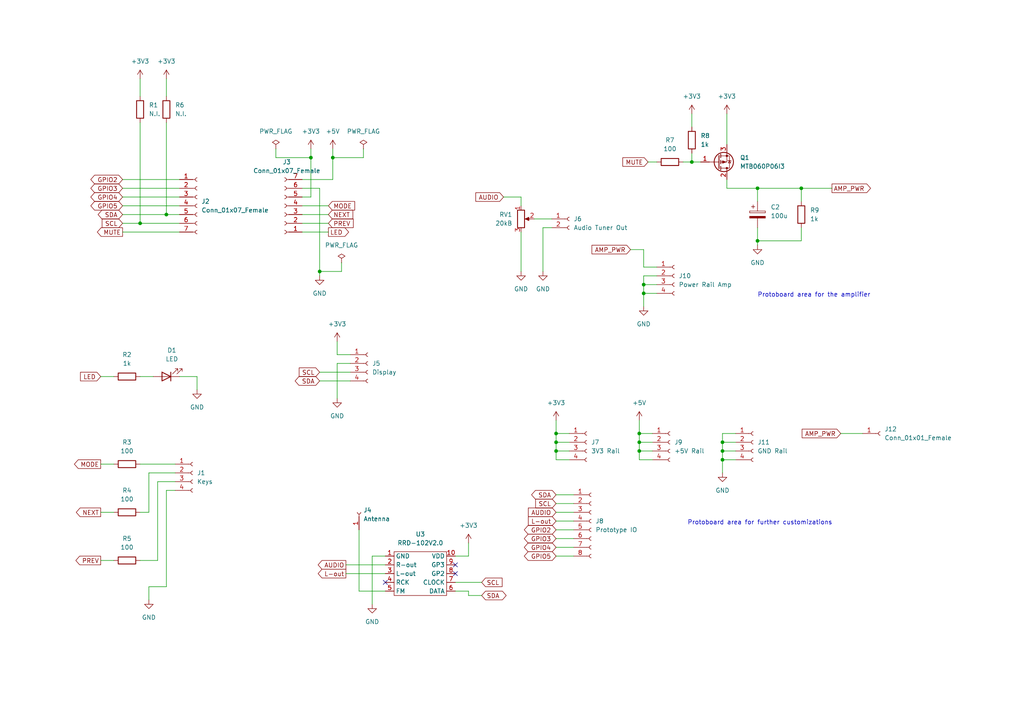
<source format=kicad_sch>
(kicad_sch (version 20211123) (generator eeschema)
  (paper "A4")
  (lib_symbols
    (symbol "AkizukiDenshi:RRD-102V2.0"
      (property "Reference" "U" (at -7.62 7.62 0))
      (property "Value" "RRD-102V2.0" (at -7.62 5.08 0))
      (symbol "RRD-102V2.0_0_1"
        (rectangle (start -7.62 3.81) (end 7.62 -8.89))
      )
      (symbol "RRD-102V2.0_1_1"
        (pin power_in line (at -10.16 2.54 0) (length 2.54) (name "GND") (number "1"))
        (pin power_in line (at 10.16 2.54 180) (length 2.54) (name "VDD") (number "10"))
        (pin output line (at -10.16 0 0) (length 2.54) (name "R-out") (number "2"))
        (pin output line (at -10.16 -2.54 0) (length 2.54) (name "L-out") (number "3"))
        (pin input line (at -10.16 -5.08 0) (length 2.54) (name "RCK") (number "4"))
        (pin input line (at -10.16 -7.62 0) (length 2.54) (name "FM") (number "5"))
        (pin bidirectional line (at 10.16 -7.62 180) (length 2.54) (name "DATA") (number "6"))
        (pin input line (at 10.16 -5.08 180) (length 2.54) (name "CLOCK") (number "7"))
        (pin bidirectional line (at 10.16 -2.54 180) (length 2.54) (name "GP2") (number "8"))
        (pin bidirectional line (at 10.16 0 180) (length 2.54) (name "GP3") (number "9"))
      )
    )
    (symbol "Connector:Conn_01x01_Female" (pin_names (offset 1.016) hide)
      (property "Reference" "J" (at 0 2.54 0))
      (property "Value" "Conn_01x01_Female" (at 0 -2.54 0))
      (symbol "Conn_01x01_Female_1_1"
        (polyline (pts (xy -1.27 0) (xy -0.508 0)) (stroke (width 0.1524)))
        (arc (start 0 0.508) (mid -0.508 0) (end 0 -0.508) (stroke (width 0.1524)))
        (pin passive line (at -5.08 0 0) (length 3.81) (name "Pin_1") (number "1"))
      )
    )
    (symbol "Connector:Conn_01x02_Female" (pin_names (offset 1.016) hide)
      (property "Reference" "J" (at 0 2.54 0))
      (property "Value" "Conn_01x02_Female" (at 0 -5.08 0))
      (symbol "Conn_01x02_Female_1_1"
        (arc (start 0 -2.032) (mid -0.508 -2.54) (end 0 -3.048) (stroke (width 0.1524)))
        (polyline (pts (xy -1.27 -2.54) (xy -0.508 -2.54)) (stroke (width 0.1524)))
        (polyline (pts (xy -1.27 0) (xy -0.508 0)) (stroke (width 0.1524)))
        (arc (start 0 0.508) (mid -0.508 0) (end 0 -0.508) (stroke (width 0.1524)))
        (pin passive line (at -5.08 0 0) (length 3.81) (name "Pin_1") (number "1"))
        (pin passive line (at -5.08 -2.54 0) (length 3.81) (name "Pin_2") (number "2"))
      )
    )
    (symbol "Connector:Conn_01x04_Female" (pin_names (offset 1.016) hide)
      (property "Reference" "J" (at 0 5.08 0))
      (property "Value" "Conn_01x04_Female" (at 0 -7.62 0))
      (symbol "Conn_01x04_Female_1_1"
        (arc (start 0 -4.572) (mid -0.508 -5.08) (end 0 -5.588) (stroke (width 0.1524)))
        (arc (start 0 -2.032) (mid -0.508 -2.54) (end 0 -3.048) (stroke (width 0.1524)))
        (polyline (pts (xy -1.27 -5.08) (xy -0.508 -5.08)) (stroke (width 0.1524)))
        (polyline (pts (xy -1.27 -2.54) (xy -0.508 -2.54)) (stroke (width 0.1524)))
        (polyline (pts (xy -1.27 0) (xy -0.508 0)) (stroke (width 0.1524)))
        (polyline (pts (xy -1.27 2.54) (xy -0.508 2.54)) (stroke (width 0.1524)))
        (arc (start 0 0.508) (mid -0.508 0) (end 0 -0.508) (stroke (width 0.1524)))
        (arc (start 0 3.048) (mid -0.508 2.54) (end 0 2.032) (stroke (width 0.1524)))
        (pin passive line (at -5.08 2.54 0) (length 3.81) (name "Pin_1") (number "1"))
        (pin passive line (at -5.08 0 0) (length 3.81) (name "Pin_2") (number "2"))
        (pin passive line (at -5.08 -2.54 0) (length 3.81) (name "Pin_3") (number "3"))
        (pin passive line (at -5.08 -5.08 0) (length 3.81) (name "Pin_4") (number "4"))
      )
    )
    (symbol "Connector:Conn_01x07_Female" (pin_names (offset 1.016) hide)
      (property "Reference" "J" (at 0 10.16 0))
      (property "Value" "Conn_01x07_Female" (at 0 -10.16 0))
      (symbol "Conn_01x07_Female_1_1"
        (arc (start 0 -7.112) (mid -0.508 -7.62) (end 0 -8.128) (stroke (width 0.1524)))
        (arc (start 0 -4.572) (mid -0.508 -5.08) (end 0 -5.588) (stroke (width 0.1524)))
        (arc (start 0 -2.032) (mid -0.508 -2.54) (end 0 -3.048) (stroke (width 0.1524)))
        (polyline (pts (xy -1.27 -7.62) (xy -0.508 -7.62)) (stroke (width 0.1524)))
        (polyline (pts (xy -1.27 -5.08) (xy -0.508 -5.08)) (stroke (width 0.1524)))
        (polyline (pts (xy -1.27 -2.54) (xy -0.508 -2.54)) (stroke (width 0.1524)))
        (polyline (pts (xy -1.27 0) (xy -0.508 0)) (stroke (width 0.1524)))
        (polyline (pts (xy -1.27 2.54) (xy -0.508 2.54)) (stroke (width 0.1524)))
        (polyline (pts (xy -1.27 5.08) (xy -0.508 5.08)) (stroke (width 0.1524)))
        (polyline (pts (xy -1.27 7.62) (xy -0.508 7.62)) (stroke (width 0.1524)))
        (arc (start 0 0.508) (mid -0.508 0) (end 0 -0.508) (stroke (width 0.1524)))
        (arc (start 0 3.048) (mid -0.508 2.54) (end 0 2.032) (stroke (width 0.1524)))
        (arc (start 0 5.588) (mid -0.508 5.08) (end 0 4.572) (stroke (width 0.1524)))
        (arc (start 0 8.128) (mid -0.508 7.62) (end 0 7.112) (stroke (width 0.1524)))
        (pin passive line (at -5.08 7.62 0) (length 3.81) (name "Pin_1") (number "1"))
        (pin passive line (at -5.08 5.08 0) (length 3.81) (name "Pin_2") (number "2"))
        (pin passive line (at -5.08 2.54 0) (length 3.81) (name "Pin_3") (number "3"))
        (pin passive line (at -5.08 0 0) (length 3.81) (name "Pin_4") (number "4"))
        (pin passive line (at -5.08 -2.54 0) (length 3.81) (name "Pin_5") (number "5"))
        (pin passive line (at -5.08 -5.08 0) (length 3.81) (name "Pin_6") (number "6"))
        (pin passive line (at -5.08 -7.62 0) (length 3.81) (name "Pin_7") (number "7"))
      )
    )
    (symbol "Connector:Conn_01x08_Female" (pin_names (offset 1.016) hide)
      (property "Reference" "J" (at 0 10.16 0))
      (property "Value" "Conn_01x08_Female" (at 0 -12.7 0))
      (symbol "Conn_01x08_Female_1_1"
        (arc (start 0 -9.652) (mid -0.508 -10.16) (end 0 -10.668) (stroke (width 0.1524)))
        (arc (start 0 -7.112) (mid -0.508 -7.62) (end 0 -8.128) (stroke (width 0.1524)))
        (arc (start 0 -4.572) (mid -0.508 -5.08) (end 0 -5.588) (stroke (width 0.1524)))
        (arc (start 0 -2.032) (mid -0.508 -2.54) (end 0 -3.048) (stroke (width 0.1524)))
        (polyline (pts (xy -1.27 -10.16) (xy -0.508 -10.16)) (stroke (width 0.1524)))
        (polyline (pts (xy -1.27 -7.62) (xy -0.508 -7.62)) (stroke (width 0.1524)))
        (polyline (pts (xy -1.27 -5.08) (xy -0.508 -5.08)) (stroke (width 0.1524)))
        (polyline (pts (xy -1.27 -2.54) (xy -0.508 -2.54)) (stroke (width 0.1524)))
        (polyline (pts (xy -1.27 0) (xy -0.508 0)) (stroke (width 0.1524)))
        (polyline (pts (xy -1.27 2.54) (xy -0.508 2.54)) (stroke (width 0.1524)))
        (polyline (pts (xy -1.27 5.08) (xy -0.508 5.08)) (stroke (width 0.1524)))
        (polyline (pts (xy -1.27 7.62) (xy -0.508 7.62)) (stroke (width 0.1524)))
        (arc (start 0 0.508) (mid -0.508 0) (end 0 -0.508) (stroke (width 0.1524)))
        (arc (start 0 3.048) (mid -0.508 2.54) (end 0 2.032) (stroke (width 0.1524)))
        (arc (start 0 5.588) (mid -0.508 5.08) (end 0 4.572) (stroke (width 0.1524)))
        (arc (start 0 8.128) (mid -0.508 7.62) (end 0 7.112) (stroke (width 0.1524)))
        (pin passive line (at -5.08 7.62 0) (length 3.81) (name "Pin_1") (number "1"))
        (pin passive line (at -5.08 5.08 0) (length 3.81) (name "Pin_2") (number "2"))
        (pin passive line (at -5.08 2.54 0) (length 3.81) (name "Pin_3") (number "3"))
        (pin passive line (at -5.08 0 0) (length 3.81) (name "Pin_4") (number "4"))
        (pin passive line (at -5.08 -2.54 0) (length 3.81) (name "Pin_5") (number "5"))
        (pin passive line (at -5.08 -5.08 0) (length 3.81) (name "Pin_6") (number "6"))
        (pin passive line (at -5.08 -7.62 0) (length 3.81) (name "Pin_7") (number "7"))
        (pin passive line (at -5.08 -10.16 0) (length 3.81) (name "Pin_8") (number "8"))
      )
    )
    (symbol "Device:C_Polarized" (pin_numbers hide) (pin_names (offset 0.254))
      (property "Reference" "C" (at 0.635 2.54 0))
      (property "Value" "C_Polarized" (at 0.635 -2.54 0))
      (symbol "C_Polarized_0_1"
        (rectangle (start -2.286 0.508) (end 2.286 1.016))
        (polyline (pts (xy -1.778 2.286) (xy -0.762 2.286)))
        (polyline (pts (xy -1.27 2.794) (xy -1.27 1.778)))
        (rectangle (start 2.286 -0.508) (end -2.286 -1.016) (fill (type outline)))
      )
      (symbol "C_Polarized_1_1"
        (pin passive line (at 0 3.81 270) (length 2.794) (name "~") (number "1"))
        (pin passive line (at 0 -3.81 90) (length 2.794) (name "~") (number "2"))
      )
    )
    (symbol "Device:LED" (pin_numbers hide) (pin_names (offset 1.016) hide)
      (property "Reference" "D" (at 0 2.54 0))
      (property "Value" "LED" (at 0 -2.54 0))
      (symbol "LED_0_1"
        (polyline (pts (xy -1.27 -1.27) (xy -1.27 1.27)) (stroke (width 0.254)))
        (polyline (pts (xy -1.27 0) (xy 1.27 0)))
        (polyline (pts (xy 1.27 -1.27) (xy 1.27 1.27) (xy -1.27 0) (xy 1.27 -1.27)) (stroke (width 0.254)))
        (polyline (pts (xy -3.048 -0.762) (xy -4.572 -2.286) (xy -3.81 -2.286) (xy -4.572 -2.286) (xy -4.572 -1.524)))
        (polyline (pts (xy -1.778 -0.762) (xy -3.302 -2.286) (xy -2.54 -2.286) (xy -3.302 -2.286) (xy -3.302 -1.524)))
      )
      (symbol "LED_1_1"
        (pin passive line (at -3.81 0 0) (length 2.54) (name "K") (number "1"))
        (pin passive line (at 3.81 0 180) (length 2.54) (name "A") (number "2"))
      )
    )
    (symbol "Device:Q_PMOS_GDS" (pin_names (offset 0) hide)
      (property "Reference" "Q" (at 5.08 1.27 0))
      (property "Value" "Q_PMOS_GDS" (at 5.08 -1.27 0))
      (symbol "Q_PMOS_GDS_0_1"
        (polyline (pts (xy 0.254 0) (xy -2.54 0)))
        (polyline (pts (xy 0.254 1.905) (xy 0.254 -1.905)) (stroke (width 0.254)))
        (polyline (pts (xy 0.762 -1.27) (xy 0.762 -2.286)) (stroke (width 0.254)))
        (polyline (pts (xy 0.762 0.508) (xy 0.762 -0.508)) (stroke (width 0.254)))
        (polyline (pts (xy 0.762 2.286) (xy 0.762 1.27)) (stroke (width 0.254)))
        (polyline (pts (xy 2.54 2.54) (xy 2.54 1.778)))
        (polyline (pts (xy 2.54 -2.54) (xy 2.54 0) (xy 0.762 0)))
        (polyline (pts (xy 0.762 1.778) (xy 3.302 1.778) (xy 3.302 -1.778) (xy 0.762 -1.778)))
        (polyline (pts (xy 2.286 0) (xy 1.27 0.381) (xy 1.27 -0.381) (xy 2.286 0)) (fill (type outline)))
        (polyline (pts (xy 2.794 -0.508) (xy 2.921 -0.381) (xy 3.683 -0.381) (xy 3.81 -0.254)))
        (polyline (pts (xy 3.302 -0.381) (xy 2.921 0.254) (xy 3.683 0.254) (xy 3.302 -0.381)))
        (circle (center 1.651 0) (radius 2.794) (stroke (width 0.254)))
        (circle (center 2.54 -1.778) (radius 0.254) (fill (type outline)))
        (circle (center 2.54 1.778) (radius 0.254) (fill (type outline)))
      )
      (symbol "Q_PMOS_GDS_1_1"
        (pin input line (at -5.08 0 0) (length 2.54) (name "G") (number "1"))
        (pin passive line (at 2.54 5.08 270) (length 2.54) (name "D") (number "2"))
        (pin passive line (at 2.54 -5.08 90) (length 2.54) (name "S") (number "3"))
      )
    )
    (symbol "Device:R" (pin_numbers hide) (pin_names (offset 0))
      (property "Reference" "R" (at 2.032 0 90))
      (property "Value" "R" (at 0 0 90))
      (symbol "R_0_1"
        (rectangle (start -1.016 -2.54) (end 1.016 2.54) (stroke (width 0.254)))
      )
      (symbol "R_1_1"
        (pin passive line (at 0 3.81 270) (length 1.27) (name "~") (number "1"))
        (pin passive line (at 0 -3.81 90) (length 1.27) (name "~") (number "2"))
      )
    )
    (symbol "Device:R_Potentiometer" (pin_names (offset 1.016) hide)
      (property "Reference" "RV" (at -4.445 0 90))
      (property "Value" "R_Potentiometer" (at -2.54 0 90))
      (symbol "R_Potentiometer_0_1"
        (polyline (pts (xy 2.54 0) (xy 1.524 0)))
        (polyline (pts (xy 1.143 0) (xy 2.286 0.508) (xy 2.286 -0.508) (xy 1.143 0)) (fill (type outline)))
        (rectangle (start 1.016 2.54) (end -1.016 -2.54) (stroke (width 0.254)))
      )
      (symbol "R_Potentiometer_1_1"
        (pin passive line (at 0 3.81 270) (length 1.27) (name "1") (number "1"))
        (pin passive line (at 3.81 0 180) (length 1.27) (name "2") (number "2"))
        (pin passive line (at 0 -3.81 90) (length 1.27) (name "3") (number "3"))
      )
    )
    (symbol "power:+3V3" (power) (pin_names (offset 0))
      (property "Value" "+3V3" (at 0 3.556 0))
      (symbol "+3V3_0_1"
        (polyline (pts (xy -0.762 1.27) (xy 0 2.54)))
        (polyline (pts (xy 0 0) (xy 0 2.54)))
        (polyline (pts (xy 0 2.54) (xy 0.762 1.27)))
      )
      (symbol "+3V3_1_1"
        (pin power_in line (at 0 0 90) (length 0) hide (name "+3V3") (number "1"))
      )
    )
    (symbol "power:+5V" (power) (pin_names (offset 0))
      (property "Value" "+5V" (at 0 3.556 0))
      (symbol "+5V_0_1"
        (polyline (pts (xy -0.762 1.27) (xy 0 2.54)))
        (polyline (pts (xy 0 0) (xy 0 2.54)))
        (polyline (pts (xy 0 2.54) (xy 0.762 1.27)))
      )
      (symbol "+5V_1_1"
        (pin power_in line (at 0 0 90) (length 0) hide (name "+5V") (number "1"))
      )
    )
    (symbol "power:GND" (power) (pin_names (offset 0))
      (property "Value" "GND" (at 0 -3.81 0))
      (symbol "GND_0_1"
        (polyline (pts (xy 0 0) (xy 0 -1.27) (xy 1.27 -1.27) (xy 0 -2.54) (xy -1.27 -1.27) (xy 0 -1.27)))
      )
      (symbol "GND_1_1"
        (pin power_in line (at 0 0 270) (length 0) hide (name "GND") (number "1"))
      )
    )
    (symbol "power:PWR_FLAG" (power) (pin_numbers hide) (pin_names (offset 0) hide)
      (property "Value" "PWR_FLAG" (at 0 3.81 0))
      (symbol "PWR_FLAG_0_0"
        (pin power_out line (at 0 0 90) (length 0) (name "pwr") (number "1"))
      )
      (symbol "PWR_FLAG_0_1"
        (polyline (pts (xy 0 0) (xy 0 1.27) (xy -1.016 1.905) (xy 0 2.54) (xy 1.016 1.905) (xy 0 1.27)))
      )
    )
  )
  (junction (at 186.69 82.55))
  (junction (at 209.55 130.81))
  (junction (at 185.42 130.81))
  (junction (at 219.71 69.85))
  (junction (at 96.52 45.72))
  (junction (at 92.71 78.74))
  (junction (at 186.69 85.09))
  (junction (at 40.64 64.77))
  (junction (at 161.29 128.27))
  (junction (at 200.66 46.99))
  (junction (at 209.55 128.27))
  (junction (at 185.42 125.73))
  (junction (at 209.55 133.35))
  (junction (at 161.29 130.81))
  (junction (at 90.17 45.72))
  (junction (at 219.71 54.61))
  (junction (at 161.29 125.73))
  (junction (at 48.26 62.23))
  (junction (at 232.41 54.61))
  (junction (at 185.42 128.27))
  (no_connect (at 111.76 168.91))
  (no_connect (at 132.08 166.37))
  (no_connect (at 132.08 163.83))
  (wire (pts (xy 35.56 62.23) (xy 48.26 62.23)))
  (wire (pts (xy 135.89 171.45) (xy 135.89 172.72)))
  (wire (pts (xy 90.17 45.72) (xy 90.17 43.18)))
  (wire (pts (xy 35.56 67.31) (xy 52.07 67.31)))
  (wire (pts (xy 209.55 133.35) (xy 209.55 130.81)))
  (wire (pts (xy 209.55 128.27) (xy 209.55 125.73)))
  (wire (pts (xy 35.56 52.07) (xy 52.07 52.07)))
  (wire (pts (xy 186.69 88.9) (xy 186.69 85.09)))
  (wire (pts (xy 186.69 82.55) (xy 190.5 82.55)))
  (wire (pts (xy 35.56 57.15) (xy 52.07 57.15)))
  (wire (pts (xy 43.18 170.18) (xy 48.26 170.18)))
  (wire (pts (xy 161.29 125.73) (xy 165.1 125.73)))
  (wire (pts (xy 48.26 142.24) (xy 50.8 142.24)))
  (wire (pts (xy 97.79 102.87) (xy 101.6 102.87)))
  (wire (pts (xy 132.08 168.91) (xy 139.7 168.91)))
  (wire (pts (xy 186.69 82.55) (xy 186.69 80.01)))
  (wire (pts (xy 161.29 128.27) (xy 161.29 130.81)))
  (wire (pts (xy 157.48 66.04) (xy 157.48 78.74)))
  (wire (pts (xy 57.15 109.22) (xy 57.15 113.03)))
  (wire (pts (xy 40.64 134.62) (xy 50.8 134.62)))
  (wire (pts (xy 105.41 43.18) (xy 105.41 45.72)))
  (wire (pts (xy 29.21 109.22) (xy 33.02 109.22)))
  (wire (pts (xy 186.69 77.47) (xy 186.69 72.39)))
  (wire (pts (xy 232.41 66.04) (xy 232.41 69.85)))
  (wire (pts (xy 111.76 171.45) (xy 104.14 171.45)))
  (wire (pts (xy 87.63 59.69) (xy 95.25 59.69)))
  (wire (pts (xy 161.29 161.29) (xy 166.37 161.29)))
  (wire (pts (xy 185.42 130.81) (xy 185.42 133.35)))
  (wire (pts (xy 146.05 57.15) (xy 151.13 57.15)))
  (wire (pts (xy 40.64 162.56) (xy 45.72 162.56)))
  (wire (pts (xy 132.08 161.29) (xy 135.89 161.29)))
  (wire (pts (xy 219.71 58.42) (xy 219.71 54.61)))
  (wire (pts (xy 198.12 46.99) (xy 200.66 46.99)))
  (wire (pts (xy 92.71 110.49) (xy 101.6 110.49)))
  (wire (pts (xy 99.06 76.2) (xy 99.06 78.74)))
  (wire (pts (xy 161.29 148.59) (xy 166.37 148.59)))
  (wire (pts (xy 100.33 166.37) (xy 111.76 166.37)))
  (wire (pts (xy 210.82 52.07) (xy 210.82 54.61)))
  (wire (pts (xy 209.55 133.35) (xy 213.36 133.35)))
  (wire (pts (xy 48.26 35.56) (xy 48.26 62.23)))
  (wire (pts (xy 161.29 125.73) (xy 161.29 128.27)))
  (wire (pts (xy 87.63 54.61) (xy 92.71 54.61)))
  (wire (pts (xy 135.89 172.72) (xy 139.7 172.72)))
  (wire (pts (xy 45.72 162.56) (xy 45.72 139.7)))
  (wire (pts (xy 104.14 171.45) (xy 104.14 153.67)))
  (wire (pts (xy 186.69 80.01) (xy 190.5 80.01)))
  (wire (pts (xy 160.02 66.04) (xy 157.48 66.04)))
  (wire (pts (xy 43.18 170.18) (xy 43.18 173.99)))
  (wire (pts (xy 200.66 44.45) (xy 200.66 46.99)))
  (wire (pts (xy 87.63 67.31) (xy 95.25 67.31)))
  (wire (pts (xy 35.56 59.69) (xy 52.07 59.69)))
  (wire (pts (xy 92.71 54.61) (xy 92.71 78.74)))
  (wire (pts (xy 29.21 162.56) (xy 33.02 162.56)))
  (wire (pts (xy 200.66 33.02) (xy 200.66 36.83)))
  (wire (pts (xy 80.01 45.72) (xy 80.01 43.18)))
  (wire (pts (xy 161.29 156.21) (xy 166.37 156.21)))
  (wire (pts (xy 40.64 64.77) (xy 40.64 35.56)))
  (wire (pts (xy 219.71 69.85) (xy 219.71 71.12)))
  (wire (pts (xy 243.84 125.73) (xy 250.19 125.73)))
  (wire (pts (xy 154.94 63.5) (xy 160.02 63.5)))
  (wire (pts (xy 209.55 128.27) (xy 213.36 128.27)))
  (wire (pts (xy 52.07 64.77) (xy 40.64 64.77)))
  (wire (pts (xy 185.42 128.27) (xy 185.42 130.81)))
  (wire (pts (xy 96.52 45.72) (xy 96.52 52.07)))
  (wire (pts (xy 48.26 62.23) (xy 52.07 62.23)))
  (wire (pts (xy 161.29 121.92) (xy 161.29 125.73)))
  (wire (pts (xy 161.29 128.27) (xy 165.1 128.27)))
  (wire (pts (xy 101.6 105.41) (xy 97.79 105.41)))
  (wire (pts (xy 111.76 161.29) (xy 107.95 161.29)))
  (wire (pts (xy 185.42 133.35) (xy 189.23 133.35)))
  (wire (pts (xy 219.71 54.61) (xy 232.41 54.61)))
  (wire (pts (xy 29.21 148.59) (xy 33.02 148.59)))
  (wire (pts (xy 200.66 46.99) (xy 203.2 46.99)))
  (wire (pts (xy 105.41 45.72) (xy 96.52 45.72)))
  (wire (pts (xy 96.52 43.18) (xy 96.52 45.72)))
  (wire (pts (xy 185.42 128.27) (xy 189.23 128.27)))
  (wire (pts (xy 187.96 46.99) (xy 190.5 46.99)))
  (wire (pts (xy 87.63 57.15) (xy 90.17 57.15)))
  (wire (pts (xy 96.52 52.07) (xy 87.63 52.07)))
  (wire (pts (xy 209.55 130.81) (xy 209.55 128.27)))
  (wire (pts (xy 97.79 99.06) (xy 97.79 102.87)))
  (wire (pts (xy 219.71 66.04) (xy 219.71 69.85)))
  (wire (pts (xy 29.21 134.62) (xy 33.02 134.62)))
  (wire (pts (xy 107.95 161.29) (xy 107.95 175.26)))
  (wire (pts (xy 185.42 121.92) (xy 185.42 125.73)))
  (wire (pts (xy 161.29 158.75) (xy 166.37 158.75)))
  (wire (pts (xy 186.69 85.09) (xy 190.5 85.09)))
  (wire (pts (xy 210.82 33.02) (xy 210.82 41.91)))
  (wire (pts (xy 40.64 109.22) (xy 44.45 109.22)))
  (wire (pts (xy 185.42 125.73) (xy 185.42 128.27)))
  (wire (pts (xy 161.29 143.51) (xy 166.37 143.51)))
  (wire (pts (xy 35.56 64.77) (xy 40.64 64.77)))
  (wire (pts (xy 99.06 78.74) (xy 92.71 78.74)))
  (wire (pts (xy 161.29 133.35) (xy 165.1 133.35)))
  (wire (pts (xy 161.29 130.81) (xy 161.29 133.35)))
  (wire (pts (xy 90.17 45.72) (xy 80.01 45.72)))
  (wire (pts (xy 161.29 146.05) (xy 166.37 146.05)))
  (wire (pts (xy 132.08 171.45) (xy 135.89 171.45)))
  (wire (pts (xy 100.33 163.83) (xy 111.76 163.83)))
  (wire (pts (xy 135.89 161.29) (xy 135.89 157.48)))
  (wire (pts (xy 35.56 54.61) (xy 52.07 54.61)))
  (wire (pts (xy 161.29 151.13) (xy 166.37 151.13)))
  (wire (pts (xy 185.42 125.73) (xy 189.23 125.73)))
  (wire (pts (xy 232.41 54.61) (xy 241.3 54.61)))
  (wire (pts (xy 209.55 130.81) (xy 213.36 130.81)))
  (wire (pts (xy 45.72 139.7) (xy 50.8 139.7)))
  (wire (pts (xy 186.69 85.09) (xy 186.69 82.55)))
  (wire (pts (xy 40.64 22.86) (xy 40.64 27.94)))
  (wire (pts (xy 161.29 130.81) (xy 165.1 130.81)))
  (wire (pts (xy 87.63 64.77) (xy 95.25 64.77)))
  (wire (pts (xy 92.71 107.95) (xy 101.6 107.95)))
  (wire (pts (xy 209.55 125.73) (xy 213.36 125.73)))
  (wire (pts (xy 90.17 57.15) (xy 90.17 45.72)))
  (wire (pts (xy 97.79 105.41) (xy 97.79 115.57)))
  (wire (pts (xy 161.29 153.67) (xy 166.37 153.67)))
  (wire (pts (xy 209.55 137.16) (xy 209.55 133.35)))
  (wire (pts (xy 52.07 109.22) (xy 57.15 109.22)))
  (wire (pts (xy 92.71 78.74) (xy 92.71 80.01)))
  (wire (pts (xy 219.71 54.61) (xy 210.82 54.61)))
  (wire (pts (xy 185.42 130.81) (xy 189.23 130.81)))
  (wire (pts (xy 232.41 54.61) (xy 232.41 58.42)))
  (wire (pts (xy 48.26 170.18) (xy 48.26 142.24)))
  (wire (pts (xy 87.63 62.23) (xy 95.25 62.23)))
  (wire (pts (xy 151.13 67.31) (xy 151.13 78.74)))
  (wire (pts (xy 232.41 69.85) (xy 219.71 69.85)))
  (wire (pts (xy 48.26 22.86) (xy 48.26 27.94)))
  (wire (pts (xy 43.18 137.16) (xy 50.8 137.16)))
  (wire (pts (xy 186.69 77.47) (xy 190.5 77.47)))
  (wire (pts (xy 40.64 148.59) (xy 43.18 148.59)))
  (wire (pts (xy 151.13 59.69) (xy 151.13 57.15)))
  (wire (pts (xy 182.88 72.39) (xy 186.69 72.39)))
  (wire (pts (xy 43.18 148.59) (xy 43.18 137.16)))
  (text "Protoboard area for the amplifier" (at 219.71 86.36 0) (effects (font (size 1.27 1.27)) (justify left bottom)))
  (text "Protoboard area for further customizations" (at 199.39 152.4 0) (effects (font (size 1.27 1.27)) (justify left bottom)))
  (global_label "MUTE" (shape input) (at 187.96 46.99 180) (property "Intersheet References" "${INTERSHEET_REFS}" (effects hide)))
  (global_label "GPIO5" (shape bidirectional) (at 35.56 59.69 180) (property "Intersheet References" "${INTERSHEET_REFS}" (effects hide)))
  (global_label "SDA" (shape bidirectional) (at 161.29 143.51 180) (property "Intersheet References" "${INTERSHEET_REFS}" (effects hide)))
  (global_label "GPIO3" (shape bidirectional) (at 35.56 54.61 180) (property "Intersheet References" "${INTERSHEET_REFS}" (effects hide)))
  (global_label "PREV" (shape input) (at 95.25 64.77 0) (property "Intersheet References" "${INTERSHEET_REFS}" (effects hide)))
  (global_label "AMP_PWR" (shape input) (at 182.88 72.39 180) (property "Intersheet References" "${INTERSHEET_REFS}" (effects hide)))
  (global_label "L-out" (shape input) (at 161.29 151.13 180) (property "Intersheet References" "${INTERSHEET_REFS}" (effects hide)))
  (global_label "SCL" (shape input) (at 139.7 168.91 0) (property "Intersheet References" "${INTERSHEET_REFS}" (effects hide)))
  (global_label "AUDIO" (shape input) (at 146.05 57.15 180) (property "Intersheet References" "${INTERSHEET_REFS}" (effects hide)))
  (global_label "SDA" (shape bidirectional) (at 35.56 62.23 180) (property "Intersheet References" "${INTERSHEET_REFS}" (effects hide)))
  (global_label "AUDIO" (shape input) (at 161.29 148.59 180) (property "Intersheet References" "${INTERSHEET_REFS}" (effects hide)))
  (global_label "NEXT" (shape input) (at 95.25 62.23 0) (property "Intersheet References" "${INTERSHEET_REFS}" (effects hide)))
  (global_label "LED" (shape output) (at 95.25 67.31 0) (property "Intersheet References" "${INTERSHEET_REFS}" (effects hide)))
  (global_label "MUTE" (shape output) (at 35.56 67.31 180) (property "Intersheet References" "${INTERSHEET_REFS}" (effects hide)))
  (global_label "MODE" (shape output) (at 29.21 134.62 180) (property "Intersheet References" "${INTERSHEET_REFS}" (effects hide)))
  (global_label "MODE" (shape input) (at 95.25 59.69 0) (property "Intersheet References" "${INTERSHEET_REFS}" (effects hide)))
  (global_label "GPIO2" (shape bidirectional) (at 35.56 52.07 180) (property "Intersheet References" "${INTERSHEET_REFS}" (effects hide)))
  (global_label "AUDIO" (shape output) (at 100.33 163.83 180) (property "Intersheet References" "${INTERSHEET_REFS}" (effects hide)))
  (global_label "SCL" (shape input) (at 92.71 107.95 180) (property "Intersheet References" "${INTERSHEET_REFS}" (effects hide)))
  (global_label "SCL" (shape input) (at 161.29 146.05 180) (property "Intersheet References" "${INTERSHEET_REFS}" (effects hide)))
  (global_label "GPIO4" (shape bidirectional) (at 35.56 57.15 180) (property "Intersheet References" "${INTERSHEET_REFS}" (effects hide)))
  (global_label "GPIO4" (shape bidirectional) (at 161.29 158.75 180) (property "Intersheet References" "${INTERSHEET_REFS}" (effects hide)))
  (global_label "PREV" (shape output) (at 29.21 162.56 180) (property "Intersheet References" "${INTERSHEET_REFS}" (effects hide)))
  (global_label "LED" (shape input) (at 29.21 109.22 180) (property "Intersheet References" "${INTERSHEET_REFS}" (effects hide)))
  (global_label "GPIO2" (shape bidirectional) (at 161.29 153.67 180) (property "Intersheet References" "${INTERSHEET_REFS}" (effects hide)))
  (global_label "GPIO5" (shape bidirectional) (at 161.29 161.29 180) (property "Intersheet References" "${INTERSHEET_REFS}" (effects hide)))
  (global_label "SDA" (shape bidirectional) (at 92.71 110.49 180) (property "Intersheet References" "${INTERSHEET_REFS}" (effects hide)))
  (global_label "L-out" (shape output) (at 100.33 166.37 180) (property "Intersheet References" "${INTERSHEET_REFS}" (effects hide)))
  (global_label "SCL" (shape input) (at 35.56 64.77 180) (property "Intersheet References" "${INTERSHEET_REFS}" (effects hide)))
  (global_label "NEXT" (shape output) (at 29.21 148.59 180) (property "Intersheet References" "${INTERSHEET_REFS}" (effects hide)))
  (global_label "AMP_PWR" (shape input) (at 243.84 125.73 180) (property "Intersheet References" "${INTERSHEET_REFS}" (effects hide)))
  (global_label "AMP_PWR" (shape output) (at 241.3 54.61 0) (property "Intersheet References" "${INTERSHEET_REFS}" (effects hide)))
  (global_label "GPIO3" (shape bidirectional) (at 161.29 156.21 180) (property "Intersheet References" "${INTERSHEET_REFS}" (effects hide)))
  (global_label "SDA" (shape bidirectional) (at 139.7 172.72 0) (property "Intersheet References" "${INTERSHEET_REFS}" (effects hide)))
  (symbol (lib_id "Device:Q_PMOS_GDS") (at 208.28 46.99 0) (mirror x) (unit 1)
    (property "Reference" "Q1" (at 214.63 45.7199 0) (effects (justify left)))
    (property "Value" "MTB060P06I3" (at 214.63 48.2599 0) (effects (justify left)))
    (property "Footprint" "Package_TO_SOT_THT:TO-251-3_Vertical" (effects hide))
  )
  (symbol (lib_id "power:+3V3") (at 161.29 121.92 0) (unit 1)
    (property "Reference" "#PWR010" (effects hide))
    (property "Value" "+3V3" (at 161.29 116.84 0))
  )
  (symbol (lib_id "power:GND") (at 43.18 173.99 0) (unit 1)
    (property "Reference" "#PWR05" (effects hide))
    (property "Value" "GND" (at 43.18 179.07 0))
  )
  (symbol (lib_id "Connector:Conn_01x08_Female") (at 171.45 151.13 0) (unit 1)
    (property "Reference" "J8" (at 172.72 151.1299 0) (effects (justify left)))
    (property "Value" "Prototype IO" (at 172.72 153.6699 0) (effects (justify left)))
    (property "Footprint" "Connector_PinSocket_2.54mm:PinSocket_1x08_P2.54mm_Vertical" (effects hide))
  )
  (symbol (lib_id "power:+3V3") (at 90.17 43.18 0) (unit 1)
    (property "Reference" "#PWR04" (effects hide))
    (property "Value" "+3V3" (at 90.17 38.1 0))
  )
  (symbol (lib_id "power:+3V3") (at 40.64 22.86 0) (unit 1)
    (property "Reference" "#PWR01" (effects hide))
    (property "Value" "+3V3" (at 40.64 17.78 0))
  )
  (symbol (lib_id "Device:R") (at 200.66 40.64 0) (unit 1)
    (property "Reference" "R8" (at 203.2 39.3699 0) (effects (justify left)))
    (property "Value" "1k" (at 203.2 41.9099 0) (effects (justify left)))
    (property "Footprint" "Resistor_THT:R_Axial_DIN0207_L6.3mm_D2.5mm_P10.16mm_Horizontal" (effects hide))
  )
  (symbol (lib_id "Connector:Conn_01x04_Female") (at 55.88 137.16 0) (unit 1)
    (property "Reference" "J1" (at 57.15 137.1599 0) (effects (justify left)))
    (property "Value" "Keys" (at 57.15 139.6999 0) (effects (justify left)))
    (property "Footprint" "Connector_PinSocket_2.54mm:PinSocket_1x04_P2.54mm_Vertical" (effects hide))
  )
  (symbol (lib_id "AkizukiDenshi:RRD-102V2.0") (at 121.92 163.83 0) (unit 1)
    (property "Reference" "U3" (at 121.92 154.94 0))
    (property "Value" "RRD-102V2.0" (at 121.92 157.48 0))
    (property "Footprint" "Akizukidenshi:RRD-102v2.0" (effects hide))
  )
  (symbol (lib_id "power:PWR_FLAG") (at 99.06 76.2 0) (unit 1)
    (property "Reference" "#FLG0102" (effects hide))
    (property "Value" "PWR_FLAG" (at 99.06 71.12 0))
  )
  (symbol (lib_id "Device:R") (at 194.31 46.99 90) (unit 1)
    (property "Reference" "R7" (at 194.31 40.64 90))
    (property "Value" "100" (at 194.31 43.18 90))
    (property "Footprint" "Resistor_THT:R_Axial_DIN0207_L6.3mm_D2.5mm_P10.16mm_Horizontal" (effects hide))
  )
  (symbol (lib_id "power:+5V") (at 185.42 121.92 0) (unit 1)
    (property "Reference" "#PWR015" (effects hide))
    (property "Value" "+5V" (at 185.42 116.84 0))
  )
  (symbol (lib_id "Connector:Conn_01x04_Female") (at 106.68 105.41 0) (unit 1)
    (property "Reference" "J5" (at 107.95 105.4099 0) (effects (justify left)))
    (property "Value" "Display" (at 107.95 107.9499 0) (effects (justify left)))
    (property "Footprint" "Connector_PinSocket_2.54mm:PinSocket_1x04_P2.54mm_Vertical" (effects hide))
  )
  (symbol (lib_id "Connector:Conn_01x04_Female") (at 170.18 128.27 0) (unit 1)
    (property "Reference" "J7" (at 171.45 128.2699 0) (effects (justify left)))
    (property "Value" "3V3 Rail" (at 171.45 130.8099 0) (effects (justify left)))
    (property "Footprint" "Connector_PinSocket_2.54mm:PinSocket_1x04_P2.54mm_Vertical" (effects hide))
  )
  (symbol (lib_id "power:GND") (at 92.71 80.01 0) (unit 1)
    (property "Reference" "#PWR06" (effects hide))
    (property "Value" "GND" (at 92.71 85.09 0))
  )
  (symbol (lib_id "power:GND") (at 151.13 78.74 0) (unit 1)
    (property "Reference" "#PWR014" (effects hide))
    (property "Value" "GND" (at 151.13 83.82 0))
  )
  (symbol (lib_id "power:GND") (at 219.71 71.12 0) (unit 1)
    (property "Reference" "#PWR020" (effects hide))
    (property "Value" "GND" (at 219.71 76.2 0))
  )
  (symbol (lib_id "Device:R") (at 36.83 162.56 90) (unit 1)
    (property "Reference" "R5" (at 36.83 156.21 90))
    (property "Value" "100" (at 36.83 158.75 90))
    (property "Footprint" "Resistor_THT:R_Axial_DIN0207_L6.3mm_D2.5mm_P10.16mm_Horizontal" (effects hide))
  )
  (symbol (lib_id "power:GND") (at 107.95 175.26 0) (unit 1)
    (property "Reference" "#PWR09" (effects hide))
    (property "Value" "GND" (at 107.95 180.34 0))
  )
  (symbol (lib_id "Connector:Conn_01x04_Female") (at 195.58 80.01 0) (unit 1)
    (property "Reference" "J10" (at 196.85 80.0099 0) (effects (justify left)))
    (property "Value" "Power Rail Amp" (at 196.85 82.5499 0) (effects (justify left)))
    (property "Footprint" "Connector_PinSocket_2.54mm:PinSocket_1x04_P2.54mm_Vertical" (effects hide))
  )
  (symbol (lib_id "power:GND") (at 209.55 137.16 0) (unit 1)
    (property "Reference" "#PWR019" (effects hide))
    (property "Value" "GND" (at 209.55 142.24 0))
  )
  (symbol (lib_id "power:+3V3") (at 48.26 22.86 0) (unit 1)
    (property "Reference" "#PWR03" (effects hide))
    (property "Value" "+3V3" (at 48.26 17.78 0))
  )
  (symbol (lib_id "Device:R") (at 40.64 31.75 0) (unit 1)
    (property "Reference" "R1" (at 43.18 30.4799 0) (effects (justify left)))
    (property "Value" "N.I." (at 43.18 33.0199 0) (effects (justify left)))
    (property "Footprint" "Resistor_THT:R_Axial_DIN0207_L6.3mm_D2.5mm_P10.16mm_Horizontal" (effects hide))
  )
  (symbol (lib_id "Device:R") (at 36.83 148.59 90) (unit 1)
    (property "Reference" "R4" (at 36.83 142.24 90))
    (property "Value" "100" (at 36.83 144.78 90))
    (property "Footprint" "Resistor_THT:R_Axial_DIN0207_L6.3mm_D2.5mm_P10.16mm_Horizontal" (effects hide))
  )
  (symbol (lib_id "Device:R") (at 48.26 31.75 0) (unit 1)
    (property "Reference" "R6" (at 50.8 30.4799 0) (effects (justify left)))
    (property "Value" "N.I." (at 50.8 33.0199 0) (effects (justify left)))
    (property "Footprint" "Resistor_THT:R_Axial_DIN0207_L6.3mm_D2.5mm_P10.16mm_Horizontal" (effects hide))
  )
  (symbol (lib_id "power:GND") (at 157.48 78.74 0) (unit 1)
    (property "Reference" "#PWR08" (effects hide))
    (property "Value" "GND" (at 157.48 83.82 0))
  )
  (symbol (lib_id "Connector:Conn_01x07_Female") (at 57.15 59.69 0) (unit 1)
    (property "Reference" "J2" (at 58.42 58.4199 0) (effects (justify left)))
    (property "Value" "Conn_01x07_Female" (at 58.42 60.9599 0) (effects (justify left)))
    (property "Footprint" "Connector_PinSocket_2.54mm:PinSocket_1x07_P2.54mm_Vertical" (effects hide))
  )
  (symbol (lib_id "Device:LED") (at 48.26 109.22 180) (unit 1)
    (property "Reference" "D1" (at 49.8475 101.6 0))
    (property "Value" "LED" (at 49.8475 104.14 0))
    (property "Footprint" "LED_THT:LED_D3.0mm" (effects hide))
  )
  (symbol (lib_id "Device:R") (at 36.83 134.62 90) (unit 1)
    (property "Reference" "R3" (at 36.83 128.27 90))
    (property "Value" "100" (at 36.83 130.81 90))
    (property "Footprint" "Resistor_THT:R_Axial_DIN0207_L6.3mm_D2.5mm_P10.16mm_Horizontal" (effects hide))
  )
  (symbol (lib_id "Connector:Conn_01x01_Female") (at 255.27 125.73 0) (unit 1)
    (property "Reference" "J12" (at 256.54 124.4599 0) (effects (justify left)))
    (property "Value" "Conn_01x01_Female" (at 256.54 126.9999 0) (effects (justify left)))
    (property "Footprint" "Connector_PinSocket_2.54mm:PinSocket_1x01_P2.54mm_Vertical" (effects hide))
  )
  (symbol (lib_id "Device:R") (at 36.83 109.22 90) (unit 1)
    (property "Reference" "R2" (at 36.83 102.87 90))
    (property "Value" "1k" (at 36.83 105.41 90))
    (property "Footprint" "Resistor_THT:R_Axial_DIN0207_L6.3mm_D2.5mm_P10.16mm_Horizontal" (effects hide))
  )
  (symbol (lib_id "power:GND") (at 97.79 115.57 0) (unit 1)
    (property "Reference" "#PWR012" (effects hide))
    (property "Value" "GND" (at 97.79 120.65 0))
  )
  (symbol (lib_id "power:+3V3") (at 135.89 157.48 0) (unit 1)
    (property "Reference" "#PWR013" (effects hide))
    (property "Value" "+3V3" (at 135.89 152.4 0))
  )
  (symbol (lib_id "Connector:Conn_01x02_Female") (at 165.1 63.5 0) (unit 1)
    (property "Reference" "J6" (at 166.37 63.4999 0) (effects (justify left)))
    (property "Value" "Audio Tuner Out" (at 166.37 66.0399 0) (effects (justify left)))
    (property "Footprint" "Connector_PinSocket_2.54mm:PinSocket_1x02_P2.54mm_Vertical" (effects hide))
  )
  (symbol (lib_id "Connector:Conn_01x07_Female") (at 82.55 59.69 180) (unit 1)
    (property "Reference" "J3" (at 83.185 46.99 0))
    (property "Value" "Conn_01x07_Female" (at 83.185 49.53 0))
    (property "Footprint" "Connector_PinSocket_2.54mm:PinSocket_1x07_P2.54mm_Vertical" (effects hide))
  )
  (symbol (lib_id "Connector:Conn_01x04_Female") (at 194.31 128.27 0) (unit 1)
    (property "Reference" "J9" (at 195.58 128.2699 0) (effects (justify left)))
    (property "Value" "+5V Rail" (at 195.58 130.8099 0) (effects (justify left)))
    (property "Footprint" "Connector_PinSocket_2.54mm:PinSocket_1x04_P2.54mm_Vertical" (effects hide))
  )
  (symbol (lib_id "Connector:Conn_01x01_Female") (at 104.14 148.59 90) (unit 1)
    (property "Reference" "J4" (at 105.41 147.9549 90) (effects (justify right)))
    (property "Value" "Antenna" (at 105.41 150.4949 90) (effects (justify right)))
    (property "Footprint" "Connector_PinSocket_2.54mm:PinSocket_1x01_P2.54mm_Vertical" (effects hide))
  )
  (symbol (lib_id "power:+3V3") (at 97.79 99.06 0) (unit 1)
    (property "Reference" "#PWR011" (effects hide))
    (property "Value" "+3V3" (at 97.79 93.98 0))
  )
  (symbol (lib_id "power:PWR_FLAG") (at 80.01 43.18 0) (unit 1)
    (property "Reference" "#FLG0103" (effects hide))
    (property "Value" "PWR_FLAG" (at 80.01 38.1 0))
  )
  (symbol (lib_id "power:+3V3") (at 200.66 33.02 0) (unit 1)
    (property "Reference" "#PWR017" (effects hide))
    (property "Value" "+3V3" (at 200.66 27.94 0))
  )
  (symbol (lib_id "Device:R_Potentiometer") (at 151.13 63.5 0) (unit 1)
    (property "Reference" "RV1" (at 148.59 62.2299 0) (effects (justify right)))
    (property "Value" "20kB" (at 148.59 64.7699 0) (effects (justify right)))
    (property "Footprint" "Akizukidenshi:TSR-3386K" (effects hide))
  )
  (symbol (lib_id "power:GND") (at 186.69 88.9 0) (unit 1)
    (property "Reference" "#PWR016" (effects hide))
    (property "Value" "GND" (at 186.69 93.98 0))
  )
  (symbol (lib_id "power:PWR_FLAG") (at 105.41 43.18 0) (unit 1)
    (property "Reference" "#FLG0101" (effects hide))
    (property "Value" "PWR_FLAG" (at 105.41 38.1 0))
  )
  (symbol (lib_id "Connector:Conn_01x04_Female") (at 218.44 128.27 0) (unit 1)
    (property "Reference" "J11" (at 219.71 128.2699 0) (effects (justify left)))
    (property "Value" "GND Rail" (at 219.71 130.8099 0) (effects (justify left)))
    (property "Footprint" "Connector_PinSocket_2.54mm:PinSocket_1x04_P2.54mm_Vertical" (effects hide))
  )
  (symbol (lib_id "power:+3V3") (at 210.82 33.02 0) (unit 1)
    (property "Reference" "#PWR018" (effects hide))
    (property "Value" "+3V3" (at 210.82 27.94 0))
  )
  (symbol (lib_id "Device:C_Polarized") (at 219.71 62.23 0) (unit 1)
    (property "Reference" "C2" (at 223.52 60.0709 0) (effects (justify left)))
    (property "Value" "100u" (at 223.52 62.6109 0) (effects (justify left)))
    (property "Footprint" "Capacitor_THT:CP_Radial_D5.0mm_P2.00mm" (effects hide))
  )
  (symbol (lib_id "power:GND") (at 57.15 113.03 0) (unit 1)
    (property "Reference" "#PWR02" (effects hide))
    (property "Value" "GND" (at 57.15 118.11 0))
  )
  (symbol (lib_id "power:+5V") (at 96.52 43.18 0) (unit 1)
    (property "Reference" "#PWR07" (effects hide))
    (property "Value" "+5V" (at 96.52 38.1 0))
  )
  (symbol (lib_id "Device:R") (at 232.41 62.23 0) (unit 1)
    (property "Reference" "R9" (at 234.95 60.9599 0) (effects (justify left)))
    (property "Value" "1k" (at 234.95 63.4999 0) (effects (justify left)))
    (property "Footprint" "Resistor_THT:R_Axial_DIN0207_L6.3mm_D2.5mm_P10.16mm_Horizontal" (effects hide))
  )
)
</source>
